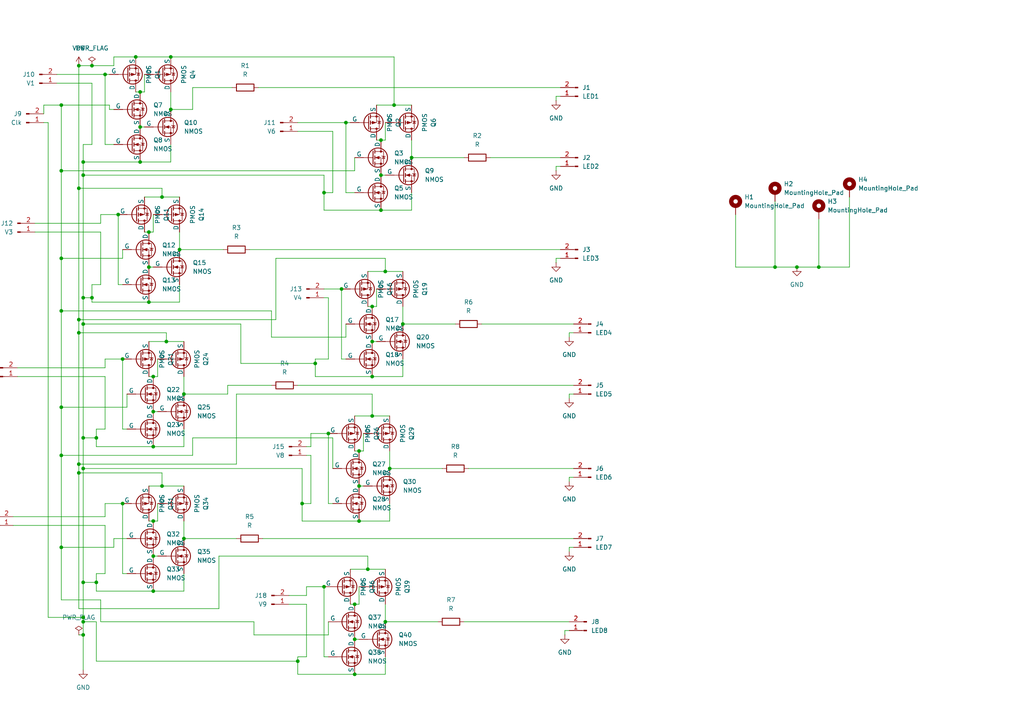
<source format=kicad_sch>
(kicad_sch (version 20231120) (generator "eeschema") (generator_version "8.0")
  (paper "A4")
  (lib_symbols
    (symbol "Connector:Conn_01x02_Pin" (pin_names (offset 1.016) hide)
      (property "Reference" "J" (at 0 2.54 0))
      (property "Value" "Conn_01x02_Pin" (at 0 -5.08 0))
      (symbol "Conn_01x02_Pin_1_1"
        (pin passive line (at 5.08 0 180) (length 3.81) (name "Pin_1") (number "1"))
        (pin passive line (at 5.08 -2.54 180) (length 3.81) (name "Pin_2") (number "2"))
      )
    )
    (symbol "Device:R" (pin_numbers hide) (pin_names (offset 0))
      (property "Reference" "R" (at 2.032 0 90))
      (property "Value" "R" (at 0 0 90))
      (symbol "R_1_1"
        (pin passive line (at 0 3.81 270) (length 1.27) (name "~") (number "1"))
        (pin passive line (at 0 -3.81 90) (length 1.27) (name "~") (number "2"))
      )
    )
    (symbol "Mechanical:MountingHole_Pad" (pin_numbers hide) (pin_names (offset 1.016) hide) (exclude_from_sim yes) (in_bom no)
      (property "Reference" "H" (at 0 6.35 0))
      (property "Value" "MountingHole_Pad" (at 0 4.445 0))
      (symbol "MountingHole_Pad_1_1"
        (pin input line (at 0 -2.54 90) (length 2.54) (name "1") (number "1"))
      )
    )
    (symbol "Simulation_SPICE:NMOS" (pin_numbers hide) (pin_names (offset 0))
      (property "Reference" "Q" (at 5.08 1.27 0))
      (property "Value" "NMOS" (at 5.08 -1.27 0))
      (symbol "NMOS_1_1"
        (pin passive line (at 2.54 5.08 270) (length 2.54) (name "D") (number "1"))
        (pin input line (at -5.08 0 0) (length 2.54) (name "G") (number "2"))
        (pin passive line (at 2.54 -5.08 90) (length 2.54) (name "S") (number "3"))
      )
    )
    (symbol "Simulation_SPICE:PMOS" (pin_numbers hide) (pin_names (offset 0))
      (property "Reference" "Q" (at 5.08 1.27 0))
      (property "Value" "PMOS" (at 5.08 -1.27 0))
      (symbol "PMOS_1_1"
        (pin passive line (at 2.54 5.08 270) (length 2.54) (name "D") (number "1"))
        (pin input line (at -5.08 0 0) (length 2.54) (name "G") (number "2"))
        (pin passive line (at 2.54 -5.08 90) (length 2.54) (name "S") (number "3"))
      )
    )
    (symbol "power:GND" (power) (pin_numbers hide) (pin_names (offset 0) hide)
      (property "Value" "GND" (at 0 -3.81 0))
      (symbol "GND_1_1"
        (pin power_in line (at 0 0 270) (length 0) (name "~") (number "1"))
      )
    )
    (symbol "power:PWR_FLAG" (power) (pin_numbers hide) (pin_names (offset 0) hide)
      (property "Value" "PWR_FLAG" (at 0 3.81 0))
      (symbol "PWR_FLAG_0_0"
        (pin power_out line (at 0 0 90) (length 0) (name "~") (number "1"))
      )
    )
    (symbol "power:VDD" (power) (pin_numbers hide) (pin_names (offset 0) hide)
      (property "Value" "VDD" (at 0 3.556 0))
      (symbol "VDD_1_1"
        (pin power_in line (at 0 0 90) (length 0) (name "~") (number "1"))
      )
    )
  )
  (junction (at 106.68 165.1))
  (junction (at 24.13 179.07))
  (junction (at 39.37 16.51))
  (junction (at 17.78 30.48))
  (junction (at 22.86 96.52))
  (junction (at 110.49 60.96))
  (junction (at 22.86 54.61))
  (junction (at 107.95 88.9))
  (junction (at 107.95 99.06))
  (junction (at 224.79 77.47))
  (junction (at 17.78 158.75))
  (junction (at 40.64 36.83))
  (junction (at 24.13 86.36))
  (junction (at 40.64 26.67))
  (junction (at 93.98 170.18))
  (junction (at 43.18 77.47))
  (junction (at 44.45 119.38))
  (junction (at 22.86 19.05))
  (junction (at 113.03 135.89))
  (junction (at 87.63 146.05))
  (junction (at 44.45 109.22))
  (junction (at 17.78 90.17))
  (junction (at 35.56 146.05))
  (junction (at 22.86 137.16))
  (junction (at 24.13 93.98))
  (junction (at 231.14 77.47))
  (junction (at 46.99 57.15))
  (junction (at 100.33 35.56))
  (junction (at 91.44 105.41))
  (junction (at 49.53 31.75))
  (junction (at 43.18 87.63))
  (junction (at 22.86 92.71))
  (junction (at 30.48 21.59))
  (junction (at 114.3 30.48))
  (junction (at 107.95 109.22))
  (junction (at 48.26 99.06))
  (junction (at 24.13 50.8))
  (junction (at 110.49 50.8))
  (junction (at 34.29 62.23))
  (junction (at 27.94 127))
  (junction (at 44.45 129.54))
  (junction (at 104.14 151.13))
  (junction (at 102.87 175.26))
  (junction (at 53.34 114.3))
  (junction (at 107.95 120.65))
  (junction (at 44.45 171.45))
  (junction (at 99.06 83.82))
  (junction (at 24.13 46.99))
  (junction (at 24.13 127))
  (junction (at 27.94 168.91))
  (junction (at 17.78 118.11))
  (junction (at 43.18 67.31))
  (junction (at 24.13 135.89))
  (junction (at 24.13 184.15))
  (junction (at 237.49 77.47))
  (junction (at 53.34 156.21))
  (junction (at 86.36 191.77))
  (junction (at 24.13 168.91))
  (junction (at 24.13 180.34))
  (junction (at 17.78 132.08))
  (junction (at 26.67 19.05))
  (junction (at 116.84 93.98))
  (junction (at 35.56 104.14))
  (junction (at 44.45 151.13))
  (junction (at 46.99 140.97))
  (junction (at 102.87 185.42))
  (junction (at 111.76 180.34))
  (junction (at 52.07 72.39))
  (junction (at 17.78 74.93))
  (junction (at 49.53 16.51))
  (junction (at 44.45 161.29))
  (junction (at 102.87 195.58))
  (junction (at 93.98 55.88))
  (junction (at 95.25 125.73))
  (junction (at 40.64 46.99))
  (junction (at 111.76 78.74))
  (junction (at 104.14 130.81))
  (junction (at 26.67 86.36))
  (junction (at 104.14 140.97))
  (junction (at 119.38 45.72))
  (junction (at 17.78 49.53))
  (junction (at 22.86 134.62))
  (junction (at 110.49 40.64))
  (wire (pts (xy 78.74 90.17) (xy 17.78 90.17)))
  (wire (pts (xy 39.37 16.51) (xy 49.53 16.51)))
  (wire (pts (xy 30.48 152.4) (xy 30.48 166.37)))
  (wire (pts (xy 109.22 40.64) (xy 110.49 40.64)))
  (wire (pts (xy 46.99 57.15) (xy 52.07 57.15)))
  (wire (pts (xy 22.86 54.61) (xy 22.86 92.71)))
  (wire (pts (xy 17.78 30.48) (xy 31.75 30.48)))
  (wire (pts (xy 95.25 104.14) (xy 91.44 104.14)))
  (wire (pts (xy 113.03 130.81) (xy 113.03 135.89)))
  (wire (pts (xy 66.04 114.3) (xy 66.04 111.76)))
  (wire (pts (xy 90.17 132.08) (xy 90.17 146.05)))
  (wire (pts (xy 41.91 57.15) (xy 46.99 57.15)))
  (wire (pts (xy 102.87 175.26) (xy 104.14 175.26)))
  (wire (pts (xy 49.53 41.91) (xy 49.53 46.99)))
  (wire (pts (xy 80.01 74.93) (xy 80.01 92.71)))
  (wire (pts (xy 27.94 124.46) (xy 27.94 127)))
  (wire (pts (xy 165.1 138.43) (xy 166.37 138.43)))
  (wire (pts (xy 88.9 170.18) (xy 93.98 170.18)))
  (wire (pts (xy 111.76 180.34) (xy 127 180.34)))
  (wire (pts (xy 100.33 93.98) (xy 100.33 97.79)))
  (wire (pts (xy 10.16 64.77) (xy 29.21 64.77)))
  (wire (pts (xy 22.86 19.05) (xy 26.67 19.05)))
  (wire (pts (xy 119.38 45.72) (xy 134.62 45.72)))
  (wire (pts (xy 101.6 175.26) (xy 102.87 175.26)))
  (wire (pts (xy 161.29 29.21) (xy 161.29 27.94)))
  (wire (pts (xy 116.84 104.14) (xy 116.84 109.22)))
  (wire (pts (xy 27.94 180.34) (xy 24.13 180.34)))
  (wire (pts (xy 68.58 134.62) (xy 22.86 134.62)))
  (wire (pts (xy 68.58 114.3) (xy 68.58 134.62)))
  (wire (pts (xy 30.48 109.22) (xy 30.48 124.46)))
  (wire (pts (xy 111.76 35.56) (xy 111.76 40.64)))
  (wire (pts (xy 33.02 31.75) (xy 31.75 31.75)))
  (wire (pts (xy 22.86 19.05) (xy 22.86 54.61)))
  (wire (pts (xy 95.25 86.36) (xy 95.25 104.14)))
  (wire (pts (xy 24.13 127) (xy 24.13 135.89)))
  (wire (pts (xy 88.9 175.26) (xy 88.9 190.5)))
  (wire (pts (xy 111.76 78.74) (xy 116.84 78.74)))
  (wire (pts (xy 104.14 170.18) (xy 104.14 175.26)))
  (wire (pts (xy 116.84 88.9) (xy 116.84 93.98)))
  (wire (pts (xy 24.13 93.98) (xy 69.85 93.98)))
  (wire (pts (xy 86.36 35.56) (xy 100.33 35.56)))
  (wire (pts (xy 109.22 30.48) (xy 114.3 30.48)))
  (wire (pts (xy 46.99 140.97) (xy 46.99 137.16)))
  (wire (pts (xy 86.36 111.76) (xy 166.37 111.76)))
  (wire (pts (xy 17.78 49.53) (xy 102.87 49.53)))
  (wire (pts (xy 224.79 77.47) (xy 231.14 77.47)))
  (wire (pts (xy 72.39 72.39) (xy 162.56 72.39)))
  (wire (pts (xy 35.56 124.46) (xy 36.83 124.46)))
  (wire (pts (xy 93.98 170.18) (xy 93.98 190.5)))
  (wire (pts (xy 87.63 151.13) (xy 104.14 151.13)))
  (wire (pts (xy 87.63 146.05) (xy 87.63 151.13)))
  (wire (pts (xy 40.64 26.67) (xy 41.91 26.67)))
  (wire (pts (xy 44.45 161.29) (xy 45.72 161.29)))
  (wire (pts (xy 110.49 60.96) (xy 119.38 60.96)))
  (wire (pts (xy 35.56 146.05) (xy 35.56 166.37)))
  (wire (pts (xy 107.95 109.22) (xy 116.84 109.22)))
  (wire (pts (xy 13.97 35.56) (xy 13.97 179.07)))
  (wire (pts (xy 111.76 78.74) (xy 111.76 74.93)))
  (wire (pts (xy 161.29 76.2) (xy 161.29 74.93)))
  (wire (pts (xy 87.63 135.89) (xy 24.13 135.89)))
  (wire (pts (xy 24.13 50.8) (xy 24.13 86.36)))
  (wire (pts (xy 104.14 140.97) (xy 105.41 140.97)))
  (wire (pts (xy 27.94 171.45) (xy 44.45 171.45)))
  (wire (pts (xy 102.87 120.65) (xy 107.95 120.65)))
  (wire (pts (xy 165.1 114.3) (xy 166.37 114.3)))
  (wire (pts (xy 73.66 184.15) (xy 73.66 180.34)))
  (wire (pts (xy 10.16 67.31) (xy 29.21 67.31)))
  (wire (pts (xy 95.25 86.36) (xy 93.98 86.36)))
  (wire (pts (xy 91.44 105.41) (xy 91.44 109.22)))
  (wire (pts (xy 107.95 120.65) (xy 113.03 120.65)))
  (wire (pts (xy 91.44 104.14) (xy 91.44 105.41)))
  (wire (pts (xy 80.01 92.71) (xy 22.86 92.71)))
  (wire (pts (xy 48.26 96.52) (xy 22.86 96.52)))
  (wire (pts (xy 27.94 191.77) (xy 27.94 180.34)))
  (wire (pts (xy 55.88 127) (xy 96.52 127)))
  (wire (pts (xy 24.13 50.8) (xy 93.98 50.8)))
  (wire (pts (xy 48.26 99.06) (xy 53.34 99.06)))
  (wire (pts (xy 100.33 97.79) (xy 78.74 97.79)))
  (wire (pts (xy 44.45 151.13) (xy 45.72 151.13)))
  (wire (pts (xy 33.02 158.75) (xy 17.78 158.75)))
  (wire (pts (xy 17.78 118.11) (xy 36.83 118.11)))
  (wire (pts (xy 102.87 195.58) (xy 111.76 195.58)))
  (wire (pts (xy 27.94 166.37) (xy 27.94 168.91)))
  (wire (pts (xy 30.48 21.59) (xy 31.75 21.59)))
  (wire (pts (xy 88.9 190.5) (xy 86.36 190.5)))
  (wire (pts (xy 237.49 63.5) (xy 237.49 77.47)))
  (wire (pts (xy 36.83 118.11) (xy 36.83 114.3)))
  (wire (pts (xy 90.17 125.73) (xy 90.17 129.54)))
  (wire (pts (xy 106.68 165.1) (xy 111.76 165.1)))
  (wire (pts (xy 109.22 83.82) (xy 109.22 88.9)))
  (wire (pts (xy 139.7 93.98) (xy 166.37 93.98)))
  (wire (pts (xy 113.03 146.05) (xy 113.03 151.13)))
  (wire (pts (xy 24.13 179.07) (xy 24.13 180.34)))
  (wire (pts (xy 88.9 172.72) (xy 88.9 170.18)))
  (wire (pts (xy 17.78 158.75) (xy 17.78 173.99)))
  (wire (pts (xy 26.67 86.36) (xy 26.67 87.63)))
  (wire (pts (xy 17.78 118.11) (xy 17.78 132.08)))
  (wire (pts (xy 22.86 176.53) (xy 63.5 176.53)))
  (wire (pts (xy 69.85 105.41) (xy 69.85 93.98)))
  (wire (pts (xy 224.79 58.42) (xy 224.79 77.47)))
  (wire (pts (xy 106.68 78.74) (xy 111.76 78.74)))
  (wire (pts (xy 104.14 151.13) (xy 113.03 151.13)))
  (wire (pts (xy 101.6 165.1) (xy 106.68 165.1)))
  (wire (pts (xy 43.18 87.63) (xy 52.07 87.63)))
  (wire (pts (xy 17.78 49.53) (xy 17.78 74.93)))
  (wire (pts (xy 93.98 60.96) (xy 110.49 60.96)))
  (wire (pts (xy 30.48 106.68) (xy 30.48 104.14)))
  (wire (pts (xy 96.52 38.1) (xy 96.52 55.88)))
  (wire (pts (xy 29.21 82.55) (xy 26.67 82.55)))
  (wire (pts (xy 111.76 74.93) (xy 80.01 74.93)))
  (wire (pts (xy 107.95 88.9) (xy 109.22 88.9)))
  (wire (pts (xy 66.04 111.76) (xy 78.74 111.76)))
  (wire (pts (xy 44.45 119.38) (xy 45.72 119.38)))
  (wire (pts (xy 30.48 146.05) (xy 35.56 146.05)))
  (wire (pts (xy 86.36 190.5) (xy 86.36 191.77)))
  (wire (pts (xy 5.08 109.22) (xy 30.48 109.22)))
  (wire (pts (xy 17.78 74.93) (xy 17.78 90.17)))
  (wire (pts (xy 22.86 184.15) (xy 24.13 184.15)))
  (wire (pts (xy 43.18 109.22) (xy 44.45 109.22)))
  (wire (pts (xy 39.37 26.67) (xy 40.64 26.67)))
  (wire (pts (xy 44.45 62.23) (xy 44.45 67.31)))
  (wire (pts (xy 43.18 67.31) (xy 44.45 67.31)))
  (wire (pts (xy 41.91 67.31) (xy 43.18 67.31)))
  (wire (pts (xy 44.45 171.45) (xy 53.34 171.45)))
  (wire (pts (xy 237.49 77.47) (xy 246.38 77.47)))
  (wire (pts (xy 26.67 41.91) (xy 24.13 41.91)))
  (wire (pts (xy 52.07 72.39) (xy 64.77 72.39)))
  (wire (pts (xy 53.34 166.37) (xy 53.34 171.45)))
  (wire (pts (xy 31.75 30.48) (xy 31.75 31.75)))
  (wire (pts (xy 83.82 175.26) (xy 88.9 175.26)))
  (wire (pts (xy 165.1 96.52) (xy 166.37 96.52)))
  (wire (pts (xy 135.89 135.89) (xy 166.37 135.89)))
  (wire (pts (xy 119.38 40.64) (xy 119.38 45.72)))
  (wire (pts (xy 24.13 168.91) (xy 27.94 168.91)))
  (wire (pts (xy 55.88 25.4) (xy 55.88 31.75)))
  (wire (pts (xy 134.62 180.34) (xy 165.1 180.34)))
  (wire (pts (xy 83.82 172.72) (xy 88.9 172.72)))
  (wire (pts (xy 17.78 30.48) (xy 17.78 49.53)))
  (wire (pts (xy 17.78 90.17) (xy 17.78 118.11)))
  (wire (pts (xy 24.13 46.99) (xy 40.64 46.99)))
  (wire (pts (xy 106.68 88.9) (xy 107.95 88.9)))
  (wire (pts (xy 46.99 137.16) (xy 22.86 137.16)))
  (wire (pts (xy 24.13 184.15) (xy 24.13 194.31)))
  (wire (pts (xy 142.24 45.72) (xy 162.56 45.72)))
  (wire (pts (xy 100.33 35.56) (xy 100.33 55.88)))
  (wire (pts (xy 95.25 125.73) (xy 95.25 146.05)))
  (wire (pts (xy 104.14 130.81) (xy 105.41 130.81)))
  (wire (pts (xy 53.34 114.3) (xy 66.04 114.3)))
  (wire (pts (xy 27.94 168.91) (xy 27.94 171.45)))
  (wire (pts (xy 165.1 115.57) (xy 165.1 114.3)))
  (wire (pts (xy 63.5 161.29) (xy 106.68 161.29)))
  (wire (pts (xy 161.29 74.93) (xy 162.56 74.93)))
  (wire (pts (xy 53.34 109.22) (xy 53.34 114.3)))
  (wire (pts (xy 78.74 97.79) (xy 78.74 90.17)))
  (wire (pts (xy 16.51 21.59) (xy 30.48 21.59)))
  (wire (pts (xy 30.48 104.14) (xy 35.56 104.14)))
  (wire (pts (xy 165.1 160.02) (xy 165.1 158.75)))
  (wire (pts (xy 5.08 106.68) (xy 30.48 106.68)))
  (wire (pts (xy 30.48 21.59) (xy 30.48 41.91)))
  (wire (pts (xy 114.3 30.48) (xy 119.38 30.48)))
  (wire (pts (xy 111.76 175.26) (xy 111.76 180.34)))
  (wire (pts (xy 35.56 104.14) (xy 35.56 124.46)))
  (wire (pts (xy 24.13 41.91) (xy 24.13 46.99)))
  (wire (pts (xy 96.52 135.89) (xy 96.52 127)))
  (wire (pts (xy 105.41 125.73) (xy 105.41 130.81)))
  (wire (pts (xy 102.87 130.81) (xy 104.14 130.81)))
  (wire (pts (xy 22.86 137.16) (xy 22.86 176.53)))
  (wire (pts (xy 34.29 82.55) (xy 35.56 82.55)))
  (wire (pts (xy 93.98 190.5) (xy 95.25 190.5)))
  (wire (pts (xy 17.78 74.93) (xy 35.56 74.93)))
  (wire (pts (xy 29.21 67.31) (xy 29.21 82.55)))
  (wire (pts (xy 161.29 49.53) (xy 161.29 48.26)))
  (wire (pts (xy 110.49 50.8) (xy 111.76 50.8)))
  (wire (pts (xy 30.48 166.37) (xy 27.94 166.37)))
  (wire (pts (xy 26.67 24.13) (xy 26.67 41.91)))
  (wire (pts (xy 53.34 151.13) (xy 53.34 156.21)))
  (wire (pts (xy 93.98 55.88) (xy 93.98 60.96)))
  (wire (pts (xy 86.36 191.77) (xy 27.94 191.77)))
  (wire (pts (xy 30.48 124.46) (xy 27.94 124.46)))
  (wire (pts (xy 114.3 16.51) (xy 114.3 30.48)))
  (wire (pts (xy 17.78 132.08) (xy 17.78 158.75)))
  (wire (pts (xy 213.36 62.23) (xy 213.36 77.47)))
  (wire (pts (xy 119.38 55.88) (xy 119.38 60.96)))
  (wire (pts (xy 161.29 48.26) (xy 162.56 48.26)))
  (wire (pts (xy 46.99 54.61) (xy 22.86 54.61)))
  (wire (pts (xy 13.97 35.56) (xy 12.7 35.56)))
  (wire (pts (xy 41.91 21.59) (xy 41.91 26.67)))
  (wire (pts (xy 86.36 195.58) (xy 102.87 195.58)))
  (wire (pts (xy 30.48 149.86) (xy 30.48 146.05)))
  (wire (pts (xy 36.83 156.21) (xy 33.02 156.21)))
  (wire (pts (xy 33.02 16.51) (xy 39.37 16.51)))
  (wire (pts (xy 96.52 55.88) (xy 93.98 55.88)))
  (wire (pts (xy 55.88 132.08) (xy 17.78 132.08)))
  (wire (pts (xy 35.56 72.39) (xy 35.56 74.93)))
  (wire (pts (xy 165.1 139.7) (xy 165.1 138.43)))
  (wire (pts (xy 113.03 135.89) (xy 128.27 135.89)))
  (wire (pts (xy 34.29 62.23) (xy 34.29 82.55)))
  (wire (pts (xy 55.88 25.4) (xy 67.31 25.4)))
  (wire (pts (xy 55.88 127) (xy 55.88 132.08)))
  (wire (pts (xy 213.36 77.47) (xy 224.79 77.47)))
  (wire (pts (xy 111.76 190.5) (xy 111.76 195.58)))
  (wire (pts (xy 63.5 176.53) (xy 63.5 161.29)))
  (wire (pts (xy 53.34 156.21) (xy 68.58 156.21)))
  (wire (pts (xy 88.9 132.08) (xy 90.17 132.08)))
  (wire (pts (xy 90.17 129.54) (xy 88.9 129.54)))
  (wire (pts (xy 246.38 77.47) (xy 246.38 57.15)))
  (wire (pts (xy 12.7 30.48) (xy 12.7 33.02)))
  (wire (pts (xy 24.13 86.36) (xy 24.13 93.98)))
  (wire (pts (xy 24.13 86.36) (xy 26.67 86.36)))
  (wire (pts (xy 107.95 114.3) (xy 68.58 114.3)))
  (wire (pts (xy 49.53 26.67) (xy 49.53 31.75)))
  (wire (pts (xy 91.44 105.41) (xy 69.85 105.41)))
  (wire (pts (xy 43.18 77.47) (xy 44.45 77.47)))
  (wire (pts (xy 43.18 151.13) (xy 44.45 151.13)))
  (wire (pts (xy 231.14 77.47) (xy 237.49 77.47)))
  (wire (pts (xy 43.18 99.06) (xy 48.26 99.06)))
  (wire (pts (xy 95.25 146.05) (xy 96.52 146.05)))
  (wire (pts (xy 102.87 185.42) (xy 104.14 185.42)))
  (wire (pts (xy 24.13 168.91) (xy 24.13 179.07)))
  (wire (pts (xy 86.36 191.77) (xy 86.36 195.58)))
  (wire (pts (xy 24.13 46.99) (xy 24.13 50.8)))
  (wire (pts (xy 46.99 57.15) (xy 46.99 54.61)))
  (wire (pts (xy 33.02 19.05) (xy 33.02 16.51)))
  (wire (pts (xy 24.13 93.98) (xy 24.13 127)))
  (wire (pts (xy 95.25 180.34) (xy 95.25 184.15)))
  (wire (pts (xy 110.49 40.64) (xy 111.76 40.64)))
  (wire (pts (xy 22.86 134.62) (xy 22.86 137.16)))
  (wire (pts (xy 73.66 180.34) (xy 29.21 180.34)))
  (wire (pts (xy 3.81 149.86) (xy 30.48 149.86)))
  (wire (pts (xy 24.13 127) (xy 27.94 127)))
  (wire (pts (xy 26.67 87.63) (xy 43.18 87.63)))
  (wire (pts (xy 74.93 25.4) (xy 162.56 25.4)))
  (wire (pts (xy 76.2 156.21) (xy 166.37 156.21)))
  (wire (pts (xy 40.64 36.83) (xy 41.91 36.83)))
  (wire (pts (xy 165.1 158.75) (xy 166.37 158.75)))
  (wire (pts (xy 165.1 97.79) (xy 165.1 96.52)))
  (wire (pts (xy 45.72 104.14) (xy 45.72 109.22)))
  (wire (pts (xy 12.7 30.48) (xy 17.78 30.48)))
  (wire (pts (xy 107.95 120.65) (xy 107.95 114.3)))
  (wire (pts (xy 22.86 96.52) (xy 22.86 134.62)))
  (wire (pts (xy 24.13 180.34) (xy 24.13 184.15)))
  (wire (pts (xy 46.99 140.97) (xy 53.34 140.97)))
  (wire (pts (xy 27.94 129.54) (xy 44.45 129.54)))
  (wire (pts (xy 22.86 92.71) (xy 22.86 96.52)))
  (wire (pts (xy 27.94 127) (xy 27.94 129.54)))
  (wire (pts (xy 90.17 146.05) (xy 87.63 146.05)))
  (wire (pts (xy 26.67 82.55) (xy 26.67 86.36)))
  (wire (pts (xy 30.48 41.91) (xy 33.02 41.91)))
  (wire (pts (xy 45.72 146.05) (xy 45.72 151.13)))
  (wire (pts (xy 100.33 35.56) (xy 101.6 35.56)))
  (wire (pts (xy 29.21 180.34) (xy 29.21 173.99)))
  (wire (pts (xy 95.25 184.15) (xy 73.66 184.15)))
  (wire (pts (xy 102.87 49.53) (xy 102.87 45.72)))
  (wire (pts (xy 161.29 27.94) (xy 162.56 27.94)))
  (wire (pts (xy 93.98 50.8) (xy 93.98 55.88)))
  (wire (pts (xy 52.07 82.55) (xy 52.07 87.63)))
  (wire (pts (xy 33.02 156.21) (xy 33.02 158.75)))
  (wire (pts (xy 44.45 129.54) (xy 53.34 129.54)))
  (wire (pts (xy 107.95 99.06) (xy 109.22 99.06)))
  (wire (pts (xy 163.83 184.15) (xy 163.83 182.88)))
  (wire (pts (xy 99.06 83.82) (xy 99.06 104.14)))
  (wire (pts (xy 44.45 109.22) (xy 45.72 109.22)))
  (wire (pts (xy 163.83 182.88) (xy 165.1 182.88)))
  (wire (pts (xy 35.56 166.37) (xy 36.83 166.37)))
  (wire (pts (xy 29.21 64.77) (xy 29.21 62.23)))
  (wire (pts (xy 90.17 125.73) (xy 95.25 125.73)))
  (wire (pts (xy 13.97 179.07) (xy 24.13 179.07)))
  (wire (pts (xy 29.21 62.23) (xy 34.29 62.23)))
  (wire (pts (xy 43.18 140.97) (xy 46.99 140.97)))
  (wire (pts (xy 26.67 19.05) (xy 33.02 19.05)))
  (wire (pts (xy 40.64 46.99) (xy 49.53 46.99)))
  (wire (pts (xy 53.34 124.46) (xy 53.34 129.54)))
  (wire (pts (xy 3.81 152.4) (xy 30.48 152.4)))
  (wire (pts (xy 87.63 135.89) (xy 87.63 146.05)))
  (wire (pts (xy 48.26 99.06) (xy 48.26 96.52)))
  (wire (pts (xy 55.88 31.75) (xy 49.53 31.75)))
  (wire (pts (xy 99.06 104.14) (xy 100.33 104.14)))
  (wire (pts (xy 24.13 135.89) (xy 24.13 168.91)))
  (wire (pts (xy 106.68 161.29) (xy 106.68 165.1)))
  (wire (pts (xy 29.21 173.99) (xy 17.78 173.99)))
  (wire (pts (xy 100.33 55.88) (xy 102.87 55.88)))
  (wire (pts (xy 52.07 67.31) (xy 52.07 72.39)))
  (wire (pts (xy 116.84 93.98) (xy 132.08 93.98)))
  (wire (pts (xy 91.44 109.22) (xy 107.95 109.22)))
  (wire (pts (xy 16.51 24.13) (xy 26.67 24.13)))
  (wire (pts (xy 49.53 16.51) (xy 114.3 16.51)))
  (wire (pts (xy 86.36 38.1) (xy 96.52 38.1)))
  (wire (pts (xy 93.98 83.82) (xy 99.06 83.82)))
  (symbol (lib_id "Simulation_SPICE:PMOS") (at 106.68 35.56 0) (mirror x) (unit 1)
    (property "Reference" "Q2" (at 115.57 35.56 90))
    (property "Value" "PMOS" (at 113.03 35.56 90))
    (property "Footprint" "Package_TO_SOT_SMD:SOT-23" (effects (hide yes)))
    (property "Datasheet" "https://ngspice.sourceforge.io/docs/ngspice-html-manual/manual.xhtml#cha_MOSFETs" (effects (hide yes)))
    (property "Description" "P-MOSFET transistor, drain/source/gate" (effects (hide yes)))
    (property "Sim.Device" "PMOS" (effects (hide yes)))
    (property "Sim.Type" "VDMOS" (effects (hide yes)))
    (property "Sim.Pins" "1=D 2=G 3=S" (effects (hide yes)))
  )
  (symbol (lib_id "power:GND") (at 165.1 115.57 0) (unit 1)
    (property "Reference" "#PWR08" (effects (hide yes)))
    (property "Value" "GND" (at 165.1 120.65 0))
    (property "Description" "Power symbol creates a global label with name \"GND\" , ground" (effects (hide yes)))
  )
  (symbol (lib_id "Connector:Conn_01x02_Pin") (at 167.64 74.93 180) (unit 1)
    (property "Reference" "J3" (at 168.91 72.3899 0) (effects (justify right)))
    (property "Value" "LED3" (at 168.91 74.9299 0) (effects (justify right)))
    (property "Footprint" "Connector_PinHeader_2.54mm:PinHeader_1x02_P2.54mm_Vertical" (effects (hide yes)))
    (property "Description" "Generic connector, single row, 01x02, script generated" (effects (hide yes)))
  )
  (symbol (lib_id "Simulation_SPICE:PMOS") (at 110.49 125.73 0) (mirror x) (unit 1)
    (property "Reference" "Q29" (at 119.38 125.73 90))
    (property "Value" "PMOS" (at 116.84 125.73 90))
    (property "Footprint" "Package_TO_SOT_SMD:SOT-23" (effects (hide yes)))
    (property "Datasheet" "https://ngspice.sourceforge.io/docs/ngspice-html-manual/manual.xhtml#cha_MOSFETs" (effects (hide yes)))
    (property "Description" "P-MOSFET transistor, drain/source/gate" (effects (hide yes)))
    (property "Sim.Device" "PMOS" (effects (hide yes)))
    (property "Sim.Type" "VDMOS" (effects (hide yes)))
    (property "Sim.Pins" "1=D 2=G 3=S" (effects (hide yes)))
  )
  (symbol (lib_id "Simulation_SPICE:NMOS") (at 41.91 166.37 0) (unit 1)
    (property "Reference" "Q33" (at 48.26 165.0999 0) (effects (justify left)))
    (property "Value" "NMOS" (at 48.26 167.6399 0) (effects (justify left)))
    (property "Footprint" "Package_TO_SOT_SMD:SOT-23" (effects (hide yes)))
    (property "Datasheet" "https://ngspice.sourceforge.io/docs/ngspice-html-manual/manual.xhtml#cha_MOSFETs" (effects (hide yes)))
    (property "Description" "N-MOSFET transistor, drain/source/gate" (effects (hide yes)))
    (property "Sim.Device" "NMOS" (effects (hide yes)))
    (property "Sim.Type" "VDMOS" (effects (hide yes)))
    (property "Sim.Pins" "1=D 2=G 3=S" (effects (hide yes)))
  )
  (symbol (lib_id "power:GND") (at 165.1 97.79 0) (unit 1)
    (property "Reference" "#PWR07" (effects (hide yes)))
    (property "Value" "GND" (at 165.1 102.87 0))
    (property "Description" "Power symbol creates a global label with name \"GND\" , ground" (effects (hide yes)))
  )
  (symbol (lib_id "Device:R") (at 130.81 180.34 90) (unit 1)
    (property "Reference" "R7" (at 130.81 173.99 90))
    (property "Value" "R" (at 130.81 176.53 90))
    (property "Footprint" "Resistor_SMD:R_0603_1608Metric" (effects (hide yes)))
    (property "Description" "Resistor" (effects (hide yes)))
  )
  (symbol (lib_id "Simulation_SPICE:PMOS") (at 99.06 170.18 0) (mirror x) (unit 1)
    (property "Reference" "Q36" (at 107.95 170.18 90))
    (property "Value" "PMOS" (at 105.41 170.18 90))
    (property "Footprint" "Package_TO_SOT_SMD:SOT-23" (effects (hide yes)))
    (property "Datasheet" "https://ngspice.sourceforge.io/docs/ngspice-html-manual/manual.xhtml#cha_MOSFETs" (effects (hide yes)))
    (property "Description" "P-MOSFET transistor, drain/source/gate" (effects (hide yes)))
    (property "Sim.Device" "PMOS" (effects (hide yes)))
    (property "Sim.Type" "VDMOS" (effects (hide yes)))
    (property "Sim.Pins" "1=D 2=G 3=S" (effects (hide yes)))
  )
  (symbol (lib_id "Connector:Conn_01x02_Pin") (at 171.45 96.52 180) (unit 1)
    (property "Reference" "J4" (at 172.72 93.9799 0) (effects (justify right)))
    (property "Value" "LED4" (at 172.72 96.5199 0) (effects (justify right)))
    (property "Footprint" "Connector_PinHeader_2.54mm:PinHeader_1x02_P2.54mm_Vertical" (effects (hide yes)))
    (property "Description" "Generic connector, single row, 01x02, script generated" (effects (hide yes)))
  )
  (symbol (lib_id "Simulation_SPICE:NMOS") (at 101.6 146.05 0) (unit 1)
    (property "Reference" "Q28" (at 107.95 144.7799 0) (effects (justify left)))
    (property "Value" "NMOS" (at 107.95 147.3199 0) (effects (justify left)))
    (property "Footprint" "Package_TO_SOT_SMD:SOT-23" (effects (hide yes)))
    (property "Datasheet" "https://ngspice.sourceforge.io/docs/ngspice-html-manual/manual.xhtml#cha_MOSFETs" (effects (hide yes)))
    (property "Description" "N-MOSFET transistor, drain/source/gate" (effects (hide yes)))
    (property "Sim.Device" "NMOS" (effects (hide yes)))
    (property "Sim.Type" "VDMOS" (effects (hide yes)))
    (property "Sim.Pins" "1=D 2=G 3=S" (effects (hide yes)))
  )
  (symbol (lib_id "Simulation_SPICE:PMOS") (at 100.33 125.73 0) (mirror x) (unit 1)
    (property "Reference" "Q26" (at 109.22 125.73 90))
    (property "Value" "PMOS" (at 106.68 125.73 90))
    (property "Footprint" "Package_TO_SOT_SMD:SOT-23" (effects (hide yes)))
    (property "Datasheet" "https://ngspice.sourceforge.io/docs/ngspice-html-manual/manual.xhtml#cha_MOSFETs" (effects (hide yes)))
    (property "Description" "P-MOSFET transistor, drain/source/gate" (effects (hide yes)))
    (property "Sim.Device" "PMOS" (effects (hide yes)))
    (property "Sim.Type" "VDMOS" (effects (hide yes)))
    (property "Sim.Pins" "1=D 2=G 3=S" (effects (hide yes)))
  )
  (symbol (lib_id "Device:R") (at 82.55 111.76 90) (unit 1)
    (property "Reference" "R4" (at 82.55 105.41 90))
    (property "Value" "R" (at 82.55 107.95 90))
    (property "Footprint" "Resistor_SMD:R_0603_1608Metric" (effects (hide yes)))
    (property "Description" "Resistor" (effects (hide yes)))
  )
  (symbol (lib_id "Connector:Conn_01x02_Pin") (at 5.08 67.31 0) (mirror x) (unit 1)
    (property "Reference" "J12" (at 3.81 64.7699 0) (effects (justify right)))
    (property "Value" "V3" (at 3.81 67.3099 0) (effects (justify right)))
    (property "Footprint" "Connector_PinHeader_2.54mm:PinHeader_1x02_P2.54mm_Vertical" (effects (hide yes)))
    (property "Description" "Generic connector, single row, 01x02, script generated" (effects (hide yes)))
  )
  (symbol (lib_id "power:PWR_FLAG") (at 26.67 19.05 0) (unit 1)
    (property "Reference" "#FLG01" (effects (hide yes)))
    (property "Value" "PWR_FLAG" (at 26.67 13.97 0))
    (property "Description" "Special symbol for telling ERC where power comes from" (effects (hide yes)))
  )
  (symbol (lib_id "Connector:Conn_01x02_Pin") (at 81.28 38.1 0) (mirror x) (unit 1)
    (property "Reference" "J11" (at 80.01 35.5599 0) (effects (justify right)))
    (property "Value" "V6" (at 80.01 38.0999 0) (effects (justify right)))
    (property "Footprint" "Connector_PinHeader_2.54mm:PinHeader_1x02_P2.54mm_Vertical" (effects (hide yes)))
    (property "Description" "Generic connector, single row, 01x02, script generated" (effects (hide yes)))
  )
  (symbol (lib_id "Simulation_SPICE:NMOS") (at 49.53 77.47 0) (unit 1)
    (property "Reference" "Q15" (at 55.88 76.1999 0) (effects (justify left)))
    (property "Value" "NMOS" (at 55.88 78.7399 0) (effects (justify left)))
    (property "Footprint" "Package_TO_SOT_SMD:SOT-23" (effects (hide yes)))
    (property "Datasheet" "https://ngspice.sourceforge.io/docs/ngspice-html-manual/manual.xhtml#cha_MOSFETs" (effects (hide yes)))
    (property "Description" "N-MOSFET transistor, drain/source/gate" (effects (hide yes)))
    (property "Sim.Device" "NMOS" (effects (hide yes)))
    (property "Sim.Type" "VDMOS" (effects (hide yes)))
    (property "Sim.Pins" "1=D 2=G 3=S" (effects (hide yes)))
  )
  (symbol (lib_id "Simulation_SPICE:PMOS") (at 36.83 21.59 0) (mirror x) (unit 1)
    (property "Reference" "Q1" (at 45.72 21.59 90))
    (property "Value" "PMOS" (at 43.18 21.59 90))
    (property "Footprint" "Package_TO_SOT_SMD:SOT-23" (effects (hide yes)))
    (property "Datasheet" "https://ngspice.sourceforge.io/docs/ngspice-html-manual/manual.xhtml#cha_MOSFETs" (effects (hide yes)))
    (property "Description" "P-MOSFET transistor, drain/source/gate" (effects (hide yes)))
    (property "Sim.Device" "PMOS" (effects (hide yes)))
    (property "Sim.Type" "VDMOS" (effects (hide yes)))
    (property "Sim.Pins" "1=D 2=G 3=S" (effects (hide yes)))
  )
  (symbol (lib_id "Simulation_SPICE:NMOS") (at 50.8 119.38 0) (unit 1)
    (property "Reference" "Q25" (at 57.15 118.1099 0) (effects (justify left)))
    (property "Value" "NMOS" (at 57.15 120.6499 0) (effects (justify left)))
    (property "Footprint" "Package_TO_SOT_SMD:SOT-23" (effects (hide yes)))
    (property "Datasheet" "https://ngspice.sourceforge.io/docs/ngspice-html-manual/manual.xhtml#cha_MOSFETs" (effects (hide yes)))
    (property "Description" "N-MOSFET transistor, drain/source/gate" (effects (hide yes)))
    (property "Sim.Device" "NMOS" (effects (hide yes)))
    (property "Sim.Type" "VDMOS" (effects (hide yes)))
    (property "Sim.Pins" "1=D 2=G 3=S" (effects (hide yes)))
  )
  (symbol (lib_id "Mechanical:MountingHole_Pad") (at 213.36 59.69 0) (unit 1) (exclude_from_sim yes) (in_bom no)
    (property "Reference" "H1" (at 215.9 57.1499 0) (effects (justify left)))
    (property "Value" "MountingHole_Pad" (at 215.9 59.6899 0) (effects (justify left)))
    (property "Footprint" "MountingHole:MountingHole_2.2mm_M2_Pad_Via" (effects (hide yes)))
    (property "Description" "Mounting Hole with connection" (effects (hide yes)))
  )
  (symbol (lib_id "power:PWR_FLAG") (at 22.86 184.15 0) (unit 1)
    (property "Reference" "#FLG02" (effects (hide yes)))
    (property "Value" "PWR_FLAG" (at 22.86 179.07 0))
    (property "Description" "Special symbol for telling ERC where power comes from" (effects (hide yes)))
  )
  (symbol (lib_id "Simulation_SPICE:NMOS") (at 38.1 31.75 0) (unit 1)
    (property "Reference" "Q7" (at 44.45 30.4799 0) (effects (justify left)))
    (property "Value" "NMOS" (at 44.45 33.0199 0) (effects (justify left)))
    (property "Footprint" "Package_TO_SOT_SMD:SOT-23" (effects (hide yes)))
    (property "Datasheet" "https://ngspice.sourceforge.io/docs/ngspice-html-manual/manual.xhtml#cha_MOSFETs" (effects (hide yes)))
    (property "Description" "N-MOSFET transistor, drain/source/gate" (effects (hide yes)))
    (property "Sim.Device" "NMOS" (effects (hide yes)))
    (property "Sim.Type" "VDMOS" (effects (hide yes)))
    (property "Sim.Pins" "1=D 2=G 3=S" (effects (hide yes)))
  )
  (symbol (lib_id "Simulation_SPICE:PMOS") (at 46.99 21.59 0) (mirror x) (unit 1)
    (property "Reference" "Q4" (at 55.88 21.59 90))
    (property "Value" "PMOS" (at 53.34 21.59 90))
    (property "Footprint" "Package_TO_SOT_SMD:SOT-23" (effects (hide yes)))
    (property "Datasheet" "https://ngspice.sourceforge.io/docs/ngspice-html-manual/manual.xhtml#cha_MOSFETs" (effects (hide yes)))
    (property "Description" "P-MOSFET transistor, drain/source/gate" (effects (hide yes)))
    (property "Sim.Device" "PMOS" (effects (hide yes)))
    (property "Sim.Type" "VDMOS" (effects (hide yes)))
    (property "Sim.Pins" "1=D 2=G 3=S" (effects (hide yes)))
  )
  (symbol (lib_id "Device:R") (at 132.08 135.89 90) (unit 1)
    (property "Reference" "R8" (at 132.08 129.54 90))
    (property "Value" "R" (at 132.08 132.08 90))
    (property "Footprint" "Resistor_SMD:R_0603_1608Metric" (effects (hide yes)))
    (property "Description" "Resistor" (effects (hide yes)))
  )
  (symbol (lib_id "power:GND") (at 24.13 194.31 0) (unit 1)
    (property "Reference" "#PWR05" (effects (hide yes)))
    (property "Value" "GND" (at 24.13 199.39 0))
    (property "Description" "Power symbol creates a global label with name \"GND\" , ground" (effects (hide yes)))
  )
  (symbol (lib_id "power:GND") (at 231.14 77.47 0) (unit 1)
    (property "Reference" "#PWR02" (effects (hide yes)))
    (property "Value" "GND" (at 231.14 82.55 0))
    (property "Description" "Power symbol creates a global label with name \"GND\" , ground" (effects (hide yes)))
  )
  (symbol (lib_id "Simulation_SPICE:NMOS") (at 105.41 104.14 0) (unit 1)
    (property "Reference" "Q18" (at 111.76 102.8699 0) (effects (justify left)))
    (property "Value" "NMOS" (at 111.76 105.4099 0) (effects (justify left)))
    (property "Footprint" "Package_TO_SOT_SMD:SOT-23" (effects (hide yes)))
    (property "Datasheet" "https://ngspice.sourceforge.io/docs/ngspice-html-manual/manual.xhtml#cha_MOSFETs" (effects (hide yes)))
    (property "Description" "N-MOSFET transistor, drain/source/gate" (effects (hide yes)))
    (property "Sim.Device" "NMOS" (effects (hide yes)))
    (property "Sim.Type" "VDMOS" (effects (hide yes)))
    (property "Sim.Pins" "1=D 2=G 3=S" (effects (hide yes)))
  )
  (symbol (lib_id "Connector:Conn_01x02_Pin") (at 11.43 24.13 0) (mirror x) (unit 1)
    (property "Reference" "J10" (at 10.16 21.5899 0) (effects (justify right)))
    (property "Value" "V1" (at 10.16 24.1299 0) (effects (justify right)))
    (property "Footprint" "Connector_PinHeader_2.54mm:PinHeader_1x02_P2.54mm_Vertical" (effects (hide yes)))
    (property "Description" "Generic connector, single row, 01x02, script generated" (effects (hide yes)))
  )
  (symbol (lib_id "Simulation_SPICE:NMOS") (at 50.8 161.29 0) (unit 1)
    (property "Reference" "Q35" (at 57.15 160.0199 0) (effects (justify left)))
    (property "Value" "NMOS" (at 57.15 162.5599 0) (effects (justify left)))
    (property "Footprint" "Package_TO_SOT_SMD:SOT-23" (effects (hide yes)))
    (property "Datasheet" "https://ngspice.sourceforge.io/docs/ngspice-html-manual/manual.xhtml#cha_MOSFETs" (effects (hide yes)))
    (property "Description" "N-MOSFET transistor, drain/source/gate" (effects (hide yes)))
    (property "Sim.Device" "NMOS" (effects (hide yes)))
    (property "Sim.Type" "VDMOS" (effects (hide yes)))
    (property "Sim.Pins" "1=D 2=G 3=S" (effects (hide yes)))
  )
  (symbol (lib_id "Simulation_SPICE:NMOS") (at 41.91 124.46 0) (unit 1)
    (property "Reference" "Q23" (at 48.26 123.1899 0) (effects (justify left)))
    (property "Value" "NMOS" (at 48.26 125.7299 0) (effects (justify left)))
    (property "Footprint" "Package_TO_SOT_SMD:SOT-23" (effects (hide yes)))
    (property "Datasheet" "https://ngspice.sourceforge.io/docs/ngspice-html-manual/manual.xhtml#cha_MOSFETs" (effects (hide yes)))
    (property "Description" "N-MOSFET transistor, drain/source/gate" (effects (hide yes)))
    (property "Sim.Device" "NMOS" (effects (hide yes)))
    (property "Sim.Type" "VDMOS" (effects (hide yes)))
    (property "Sim.Pins" "1=D 2=G 3=S" (effects (hide yes)))
  )
  (symbol (lib_id "Simulation_SPICE:NMOS") (at 101.6 135.89 0) (unit 1)
    (property "Reference" "Q27" (at 107.95 134.6199 0) (effects (justify left)))
    (property "Value" "NMOS" (at 107.95 137.1599 0) (effects (justify left)))
    (property "Footprint" "Package_TO_SOT_SMD:SOT-23" (effects (hide yes)))
    (property "Datasheet" "https://ngspice.sourceforge.io/docs/ngspice-html-manual/manual.xhtml#cha_MOSFETs" (effects (hide yes)))
    (property "Description" "N-MOSFET transistor, drain/source/gate" (effects (hide yes)))
    (property "Sim.Device" "NMOS" (effects (hide yes)))
    (property "Sim.Type" "VDMOS" (effects (hide yes)))
    (property "Sim.Pins" "1=D 2=G 3=S" (effects (hide yes)))
  )
  (symbol (lib_id "Connector:Conn_01x02_Pin") (at 170.18 182.88 180) (unit 1)
    (property "Reference" "J8" (at 171.45 180.3399 0) (effects (justify right)))
    (property "Value" "LED8" (at 171.45 182.8799 0) (effects (justify right)))
    (property "Footprint" "Connector_PinHeader_2.54mm:PinHeader_1x02_P2.54mm_Vertical" (effects (hide yes)))
    (property "Description" "Generic connector, single row, 01x02, script generated" (effects (hide yes)))
  )
  (symbol (lib_id "Connector:Conn_01x02_Pin") (at 171.45 138.43 180) (unit 1)
    (property "Reference" "J6" (at 172.72 135.8899 0) (effects (justify right)))
    (property "Value" "LED6" (at 172.72 138.4299 0) (effects (justify right)))
    (property "Footprint" "Connector_PinHeader_2.54mm:PinHeader_1x02_P2.54mm_Vertical" (effects (hide yes)))
    (property "Description" "Generic connector, single row, 01x02, script generated" (effects (hide yes)))
  )
  (symbol (lib_id "Simulation_SPICE:PMOS") (at 109.22 170.18 0) (mirror x) (unit 1)
    (property "Reference" "Q39" (at 118.11 170.18 90))
    (property "Value" "PMOS" (at 115.57 170.18 90))
    (property "Footprint" "Package_TO_SOT_SMD:SOT-23" (effects (hide yes)))
    (property "Datasheet" "https://ngspice.sourceforge.io/docs/ngspice-html-manual/manual.xhtml#cha_MOSFETs" (effects (hide yes)))
    (property "Description" "P-MOSFET transistor, drain/source/gate" (effects (hide yes)))
    (property "Sim.Device" "PMOS" (effects (hide yes)))
    (property "Sim.Type" "VDMOS" (effects (hide yes)))
    (property "Sim.Pins" "1=D 2=G 3=S" (effects (hide yes)))
  )
  (symbol (lib_id "Device:R") (at 71.12 25.4 90) (unit 1)
    (property "Reference" "R1" (at 71.12 19.05 90))
    (property "Value" "R" (at 71.12 21.59 90))
    (property "Footprint" "Resistor_SMD:R_0603_1608Metric" (effects (hide yes)))
    (property "Description" "Resistor" (effects (hide yes)))
  )
  (symbol (lib_id "power:GND") (at 163.83 184.15 0) (unit 1)
    (property "Reference" "#PWR011" (effects (hide yes)))
    (property "Value" "GND" (at 163.83 189.23 0))
    (property "Description" "Power symbol creates a global label with name \"GND\" , ground" (effects (hide yes)))
  )
  (symbol (lib_id "Connector:Conn_01x02_Pin") (at 83.82 132.08 0) (mirror x) (unit 1)
    (property "Reference" "J15" (at 82.55 129.5399 0) (effects (justify right)))
    (property "Value" "V8" (at 82.55 132.0799 0) (effects (justify right)))
    (property "Footprint" "Connector_PinHeader_2.54mm:PinHeader_1x02_P2.54mm_Vertical" (effects (hide yes)))
    (property "Description" "Generic connector, single row, 01x02, script generated" (effects (hide yes)))
  )
  (symbol (lib_id "Connector:Conn_01x02_Pin") (at 0 109.22 0) (mirror x) (unit 1)
    (property "Reference" "J14" (at 0 106.6799 0) (effects (justify right)))
    (property "Value" "V4" (at 0 109.2199 0) (effects (justify right)))
    (property "Footprint" "Connector_PinHeader_2.54mm:PinHeader_1x02_P2.54mm_Vertical" (effects (hide yes)))
    (property "Description" "Generic connector, single row, 01x02, script generated" (effects (hide yes)))
  )
  (symbol (lib_id "Connector:Conn_01x02_Pin") (at 88.9 86.36 0) (mirror x) (unit 1)
    (property "Reference" "J13" (at 87.63 83.8199 0) (effects (justify right)))
    (property "Value" "V4" (at 87.63 86.3599 0) (effects (justify right)))
    (property "Footprint" "Connector_PinHeader_2.54mm:PinHeader_1x02_P2.54mm_Vertical" (effects (hide yes)))
    (property "Description" "Generic connector, single row, 01x02, script generated" (effects (hide yes)))
  )
  (symbol (lib_id "Simulation_SPICE:NMOS") (at 107.95 45.72 0) (unit 1)
    (property "Reference" "Q3" (at 114.3 44.4499 0) (effects (justify left)))
    (property "Value" "NMOS" (at 114.3 46.9899 0) (effects (justify left)))
    (property "Footprint" "Package_TO_SOT_SMD:SOT-23" (effects (hide yes)))
    (property "Datasheet" "https://ngspice.sourceforge.io/docs/ngspice-html-manual/manual.xhtml#cha_MOSFETs" (effects (hide yes)))
    (property "Description" "N-MOSFET transistor, drain/source/gate" (effects (hide yes)))
    (property "Sim.Device" "NMOS" (effects (hide yes)))
    (property "Sim.Type" "VDMOS" (effects (hide yes)))
    (property "Sim.Pins" "1=D 2=G 3=S" (effects (hide yes)))
  )
  (symbol (lib_id "Simulation_SPICE:PMOS") (at 114.3 83.82 0) (mirror x) (unit 1)
    (property "Reference" "Q19" (at 123.19 83.82 90))
    (property "Value" "PMOS" (at 120.65 83.82 90))
    (property "Footprint" "Package_TO_SOT_SMD:SOT-23" (effects (hide yes)))
    (property "Datasheet" "https://ngspice.sourceforge.io/docs/ngspice-html-manual/manual.xhtml#cha_MOSFETs" (effects (hide yes)))
    (property "Description" "P-MOSFET transistor, drain/source/gate" (effects (hide yes)))
    (property "Sim.Device" "PMOS" (effects (hide yes)))
    (property "Sim.Type" "VDMOS" (effects (hide yes)))
    (property "Sim.Pins" "1=D 2=G 3=S" (effects (hide yes)))
  )
  (symbol (lib_id "Connector:Conn_01x02_Pin") (at 167.64 48.26 180) (unit 1)
    (property "Reference" "J2" (at 168.91 45.7199 0) (effects (justify right)))
    (property "Value" "LED2" (at 168.91 48.2599 0) (effects (justify right)))
    (property "Footprint" "Connector_PinHeader_2.54mm:PinHeader_1x02_P2.54mm_Vertical" (effects (hide yes)))
    (property "Description" "Generic connector, single row, 01x02, script generated" (effects (hide yes)))
  )
  (symbol (lib_id "Connector:Conn_01x02_Pin") (at 171.45 158.75 180) (unit 1)
    (property "Reference" "J7" (at 172.72 156.2099 0) (effects (justify right)))
    (property "Value" "LED7" (at 172.72 158.7499 0) (effects (justify right)))
    (property "Footprint" "Connector_PinHeader_2.54mm:PinHeader_1x02_P2.54mm_Vertical" (effects (hide yes)))
    (property "Description" "Generic connector, single row, 01x02, script generated" (effects (hide yes)))
  )
  (symbol (lib_id "Connector:Conn_01x02_Pin") (at 78.74 175.26 0) (mirror x) (unit 1)
    (property "Reference" "J18" (at 77.47 172.7199 0) (effects (justify right)))
    (property "Value" "V9" (at 77.47 175.2599 0) (effects (justify right)))
    (property "Footprint" "Connector_PinHeader_2.54mm:PinHeader_1x02_P2.54mm_Vertical" (effects (hide yes)))
    (property "Description" "Generic connector, single row, 01x02, script generated" (effects (hide yes)))
  )
  (symbol (lib_id "Connector:Conn_01x02_Pin") (at 167.64 27.94 180) (unit 1)
    (property "Reference" "J1" (at 168.91 25.3999 0) (effects (justify right)))
    (property "Value" "LED1" (at 168.91 27.9399 0) (effects (justify right)))
    (property "Footprint" "Connector_PinHeader_2.54mm:PinHeader_1x02_P2.54mm_Vertical" (effects (hide yes)))
    (property "Description" "Generic connector, single row, 01x02, script generated" (effects (hide yes)))
  )
  (symbol (lib_id "Connector:Conn_01x02_Pin") (at -1.27 152.4 0) (mirror x) (unit 1)
    (property "Reference" "J16" (at -1.27 149.8599 0) (effects (justify right)))
    (property "Value" "V5" (at -1.27 152.3999 0) (effects (justify right)))
    (property "Footprint" "Connector_PinHeader_2.54mm:PinHeader_1x02_P2.54mm_Vertical" (effects (hide yes)))
    (property "Description" "Generic connector, single row, 01x02, script generated" (effects (hide yes)))
  )
  (symbol (lib_id "power:VDD") (at 22.86 19.05 0) (unit 1)
    (property "Reference" "#PWR01" (effects (hide yes)))
    (property "Value" "VDD" (at 22.86 13.97 0))
    (property "Description" "Power symbol creates a global label with name \"VDD\"" (effects (hide yes)))
  )
  (symbol (lib_id "Simulation_SPICE:NMOS") (at 100.33 180.34 0) (unit 1)
    (property "Reference" "Q37" (at 106.68 179.0699 0) (effects (justify left)))
    (property "Value" "NMOS" (at 106.68 181.6099 0) (effects (justify left)))
    (property "Footprint" "Package_TO_SOT_SMD:SOT-23" (effects (hide yes)))
    (property "Datasheet" "https://ngspice.sourceforge.io/docs/ngspice-html-manual/manual.xhtml#cha_MOSFETs" (effects (hide yes)))
    (property "Description" "N-MOSFET transistor, drain/source/gate" (effects (hide yes)))
    (property "Sim.Device" "NMOS" (effects (hide yes)))
    (property "Sim.Type" "VDMOS" (effects (hide yes)))
    (property "Sim.Pins" "1=D 2=G 3=S" (effects (hide yes)))
  )
  (symbol (lib_id "Simulation_SPICE:NMOS") (at 110.49 140.97 0) (unit 1)
    (property "Reference" "Q30" (at 116.84 139.6999 0) (effects (justify left)))
    (property "Value" "NMOS" (at 116.84 142.2399 0) (effects (justify left)))
    (property "Footprint" "Package_TO_SOT_SMD:SOT-23" (effects (hide yes)))
    (property "Datasheet" "https://ngspice.sourceforge.io/docs/ngspice-html-manual/manual.xhtml#cha_MOSFETs" (effects (hide yes)))
    (property "Description" "N-MOSFET transistor, drain/source/gate" (effects (hide yes)))
    (property "Sim.Device" "NMOS" (effects (hide yes)))
    (property "Sim.Type" "VDMOS" (effects (hide yes)))
    (property "Sim.Pins" "1=D 2=G 3=S" (effects (hide yes)))
  )
  (symbol (lib_id "Simulation_SPICE:NMOS") (at 46.99 36.83 0) (unit 1)
    (property "Reference" "Q10" (at 53.34 35.5599 0) (effects (justify left)))
    (property "Value" "NMOS" (at 53.34 38.0999 0) (effects (justify left)))
    (property "Footprint" "Package_TO_SOT_SMD:SOT-23" (effects (hide yes)))
    (property "Datasheet" "https://ngspice.sourceforge.io/docs/ngspice-html-manual/manual.xhtml#cha_MOSFETs" (effects (hide yes)))
    (property "Description" "N-MOSFET transistor, drain/source/gate" (effects (hide yes)))
    (property "Sim.Device" "NMOS" (effects (hide yes)))
    (property "Sim.Type" "VDMOS" (effects (hide yes)))
    (property "Sim.Pins" "1=D 2=G 3=S" (effects (hide yes)))
  )
  (symbol (lib_id "Device:R") (at 72.39 156.21 90) (unit 1)
    (property "Reference" "R5" (at 72.39 149.86 90))
    (property "Value" "R" (at 72.39 152.4 90))
    (property "Footprint" "Resistor_SMD:R_0603_1608Metric" (effects (hide yes)))
    (property "Description" "Resistor" (effects (hide yes)))
  )
  (symbol (lib_id "Mechanical:MountingHole_Pad") (at 246.38 54.61 0) (unit 1) (exclude_from_sim yes) (in_bom no)
    (property "Reference" "H4" (at 248.92 52.0699 0) (effects (justify left)))
    (property "Value" "MountingHole_Pad" (at 248.92 54.6099 0) (effects (justify left)))
    (property "Footprint" "MountingHole:MountingHole_2.2mm_M2_Pad_Via" (effects (hide yes)))
    (property "Description" "Mounting Hole with connection" (effects (hide yes)))
  )
  (symbol (lib_id "Device:R") (at 68.58 72.39 90) (unit 1)
    (property "Reference" "R3" (at 68.58 66.04 90))
    (property "Value" "R" (at 68.58 68.58 90))
    (property "Footprint" "Resistor_SMD:R_0603_1608Metric" (effects (hide yes)))
    (property "Description" "Resistor" (effects (hide yes)))
  )
  (symbol (lib_id "Simulation_SPICE:PMOS") (at 50.8 104.14 0) (mirror x) (unit 1)
    (property "Reference" "Q24" (at 59.69 104.14 90))
    (property "Value" "PMOS" (at 57.15 104.14 90))
    (property "Footprint" "Package_TO_SOT_SMD:SOT-23" (effects (hide yes)))
    (property "Datasheet" "https://ngspice.sourceforge.io/docs/ngspice-html-manual/manual.xhtml#cha_MOSFETs" (effects (hide yes)))
    (property "Description" "P-MOSFET transistor, drain/source/gate" (effects (hide yes)))
    (property "Sim.Device" "PMOS" (effects (hide yes)))
    (property "Sim.Type" "VDMOS" (effects (hide yes)))
    (property "Sim.Pins" "1=D 2=G 3=S" (effects (hide yes)))
  )
  (symbol (lib_id "Simulation_SPICE:PMOS") (at 49.53 62.23 0) (mirror x) (unit 1)
    (property "Reference" "Q14" (at 58.42 62.23 90))
    (property "Value" "PMOS" (at 55.88 62.23 90))
    (property "Footprint" "Package_TO_SOT_SMD:SOT-23" (effects (hide yes)))
    (property "Datasheet" "https://ngspice.sourceforge.io/docs/ngspice-html-manual/manual.xhtml#cha_MOSFETs" (effects (hide yes)))
    (property "Description" "P-MOSFET transistor, drain/source/gate" (effects (hide yes)))
    (property "Sim.Device" "PMOS" (effects (hide yes)))
    (property "Sim.Type" "VDMOS" (effects (hide yes)))
    (property "Sim.Pins" "1=D 2=G 3=S" (effects (hide yes)))
  )
  (symbol (lib_id "Connector:Conn_01x02_Pin") (at 171.45 114.3 180) (unit 1)
    (property "Reference" "J5" (at 172.72 111.7599 0) (effects (justify right)))
    (property "Value" "LED5" (at 172.72 114.2999 0) (effects (justify right)))
    (property "Footprint" "Connector_PinHeader_2.54mm:PinHeader_1x02_P2.54mm_Vertical" (effects (hide yes)))
    (property "Description" "Generic connector, single row, 01x02, script generated" (effects (hide yes)))
  )
  (symbol (lib_id "Simulation_SPICE:NMOS") (at 105.41 93.98 0) (unit 1)
    (property "Reference" "Q17" (at 111.76 92.7099 0) (effects (justify left)))
    (property "Value" "NMOS" (at 111.76 95.2499 0) (effects (justify left)))
    (property "Footprint" "Package_TO_SOT_SMD:SOT-23" (effects (hide yes)))
    (property "Datasheet" "https://ngspice.sourceforge.io/docs/ngspice-html-manual/manual.xhtml#cha_MOSFETs" (effects (hide yes)))
    (property "Description" "N-MOSFET transistor, drain/source/gate" (effects (hide yes)))
    (property "Sim.Device" "NMOS" (effects (hide yes)))
    (property "Sim.Type" "VDMOS" (effects (hide yes)))
    (property "Sim.Pins" "1=D 2=G 3=S" (effects (hide yes)))
  )
  (symbol (lib_id "Simulation_SPICE:NMOS") (at 100.33 190.5 0) (unit 1)
    (property "Reference" "Q38" (at 106.68 189.2299 0) (effects (justify left)))
    (property "Value" "NMOS" (at 106.68 191.7699 0) (effects (justify left)))
    (property "Footprint" "Package_TO_SOT_SMD:SOT-23" (effects (hide yes)))
    (property "Datasheet" "https://ngspice.sourceforge.io/docs/ngspice-html-manual/manual.xhtml#cha_MOSFETs" (effects (hide yes)))
    (property "Description" "N-MOSFET transistor, drain/source/gate" (effects (hide yes)))
    (property "Sim.Device" "NMOS" (effects (hide yes)))
    (property "Sim.Type" "VDMOS" (effects (hide yes)))
    (property "Sim.Pins" "1=D 2=G 3=S" (effects (hide yes)))
  )
  (symbol (lib_id "Simulation_SPICE:NMOS") (at 114.3 99.06 0) (unit 1)
    (property "Reference" "Q20" (at 120.65 97.7899 0) (effects (justify left)))
    (property "Value" "NMOS" (at 120.65 100.3299 0) (effects (justify left)))
    (property "Footprint" "Package_TO_SOT_SMD:SOT-23" (effects (hide yes)))
    (property "Datasheet" "https://ngspice.sourceforge.io/docs/ngspice-html-manual/manual.xhtml#cha_MOSFETs" (effects (hide yes)))
    (property "Description" "N-MOSFET transistor, drain/source/gate" (effects (hide yes)))
    (property "Sim.Device" "NMOS" (effects (hide yes)))
    (property "Sim.Type" "VDMOS" (effects (hide yes)))
    (property "Sim.Pins" "1=D 2=G 3=S" (effects (hide yes)))
  )
  (symbol (lib_id "Simulation_SPICE:PMOS") (at 40.64 146.05 0) (mirror x) (unit 1)
    (property "Reference" "Q31" (at 49.53 146.05 90))
    (property "Value" "PMOS" (at 46.99 146.05 90))
    (property "Footprint" "Package_TO_SOT_SMD:SOT-23" (effects (hide yes)))
    (property "Datasheet" "https://ngspice.sourceforge.io/docs/ngspice-html-manual/manual.xhtml#cha_MOSFETs" (effects (hide yes)))
    (property "Description" "P-MOSFET transistor, drain/source/gate" (effects (hide yes)))
    (property "Sim.Device" "PMOS" (effects (hide yes)))
    (property "Sim.Type" "VDMOS" (effects (hide yes)))
    (property "Sim.Pins" "1=D 2=G 3=S" (effects (hide yes)))
  )
  (symbol (lib_id "power:GND") (at 161.29 76.2 0) (unit 1)
    (property "Reference" "#PWR06" (effects (hide yes)))
    (property "Value" "GND" (at 161.29 81.28 0))
    (property "Description" "Power symbol creates a global label with name \"GND\" , ground" (effects (hide yes)))
  )
  (symbol (lib_id "Simulation_SPICE:PMOS") (at 39.37 62.23 0) (mirror x) (unit 1)
    (property "Reference" "Q11" (at 48.26 62.23 90))
    (property "Value" "PMOS" (at 45.72 62.23 90))
    (property "Footprint" "Package_TO_SOT_SMD:SOT-23" (effects (hide yes)))
    (property "Datasheet" "https://ngspice.sourceforge.io/docs/ngspice-html-manual/manual.xhtml#cha_MOSFETs" (effects (hide yes)))
    (property "Description" "P-MOSFET transistor, drain/source/gate" (effects (hide yes)))
    (property "Sim.Device" "PMOS" (effects (hide yes)))
    (property "Sim.Type" "VDMOS" (effects (hide yes)))
    (property "Sim.Pins" "1=D 2=G 3=S" (effects (hide yes)))
  )
  (symbol (lib_id "Simulation_SPICE:NMOS") (at 107.95 55.88 0) (unit 1)
    (property "Reference" "Q5" (at 114.3 54.6099 0) (effects (justify left)))
    (property "Value" "NMOS" (at 114.3 57.1499 0) (effects (justify left)))
    (property "Footprint" "Package_TO_SOT_SMD:SOT-23" (effects (hide yes)))
    (property "Datasheet" "https://ngspice.sourceforge.io/docs/ngspice-html-manual/manual.xhtml#cha_MOSFETs" (effects (hide yes)))
    (property "Description" "N-MOSFET transistor, drain/source/gate" (effects (hide yes)))
    (property "Sim.Device" "NMOS" (effects (hide yes)))
    (property "Sim.Type" "VDMOS" (effects (hide yes)))
    (property "Sim.Pins" "1=D 2=G 3=S" (effects (hide yes)))
  )
  (symbol (lib_id "power:GND") (at 165.1 139.7 0) (unit 1)
    (property "Reference" "#PWR09" (effects (hide yes)))
    (property "Value" "GND" (at 165.1 144.78 0))
    (property "Description" "Power symbol creates a global label with name \"GND\" , ground" (effects (hide yes)))
  )
  (symbol (lib_id "Device:R") (at 138.43 45.72 90) (unit 1)
    (property "Reference" "R2" (at 138.43 39.37 90))
    (property "Value" "R" (at 138.43 41.91 90))
    (property "Footprint" "Resistor_SMD:R_0603_1608Metric" (effects (hide yes)))
    (property "Description" "Resistor" (effects (hide yes)))
  )
  (symbol (lib_id "Simulation_SPICE:PMOS") (at 116.84 35.56 0) (mirror x) (unit 1)
    (property "Reference" "Q6" (at 125.73 35.56 90))
    (property "Value" "PMOS" (at 123.19 35.56 90))
    (property "Footprint" "Package_TO_SOT_SMD:SOT-23" (effects (hide yes)))
    (property "Datasheet" "https://ngspice.sourceforge.io/docs/ngspice-html-manual/manual.xhtml#cha_MOSFETs" (effects (hide yes)))
    (property "Description" "P-MOSFET transistor, drain/source/gate" (effects (hide yes)))
    (property "Sim.Device" "PMOS" (effects (hide yes)))
    (property "Sim.Type" "VDMOS" (effects (hide yes)))
    (property "Sim.Pins" "1=D 2=G 3=S" (effects (hide yes)))
  )
  (symbol (lib_id "Simulation_SPICE:NMOS") (at 40.64 72.39 0) (unit 1)
    (property "Reference" "Q12" (at 46.99 71.1199 0) (effects (justify left)))
    (property "Value" "NMOS" (at 46.99 73.6599 0) (effects (justify left)))
    (property "Footprint" "Package_TO_SOT_SMD:SOT-23" (effects (hide yes)))
    (property "Datasheet" "https://ngspice.sourceforge.io/docs/ngspice-html-manual/manual.xhtml#cha_MOSFETs" (effects (hide yes)))
    (property "Description" "N-MOSFET transistor, drain/source/gate" (effects (hide yes)))
    (property "Sim.Device" "NMOS" (effects (hide yes)))
    (property "Sim.Type" "VDMOS" (effects (hide yes)))
    (property "Sim.Pins" "1=D 2=G 3=S" (effects (hide yes)))
  )
  (symbol (lib_id "Simulation_SPICE:NMOS") (at 38.1 41.91 0) (unit 1)
    (property "Reference" "Q8" (at 44.45 40.6399 0) (effects (justify left)))
    (property "Value" "NMOS" (at 44.45 43.1799 0) (effects (justify left)))
    (property "Footprint" "Package_TO_SOT_SMD:SOT-23" (effects (hide yes)))
    (property "Datasheet" "https://ngspice.sourceforge.io/docs/ngspice-html-manual/manual.xhtml#cha_MOSFETs" (effects (hide yes)))
    (property "Description" "N-MOSFET transistor, drain/source/gate" (effects (hide yes)))
    (property "Sim.Device" "NMOS" (effects (hide yes)))
    (property "Sim.Type" "VDMOS" (effects (hide yes)))
    (property "Sim.Pins" "1=D 2=G 3=S" (effects (hide yes)))
  )
  (symbol (lib_id "Simulation_SPICE:PMOS") (at 104.14 83.82 0) (mirror x) (unit 1)
    (property "Reference" "Q16" (at 113.03 83.82 90))
    (property "Value" "PMOS" (at 110.49 83.82 90))
    (property "Footprint" "Package_TO_SOT_SMD:SOT-23" (effects (hide yes)))
    (property "Datasheet" "https://ngspice.sourceforge.io/docs/ngspice-html-manual/manual.xhtml#cha_MOSFETs" (effects (hide yes)))
    (property "Description" "P-MOSFET transistor, drain/source/gate" (effects (hide yes)))
    (property "Sim.Device" "PMOS" (effects (hide yes)))
    (property "Sim.Type" "VDMOS" (effects (hide yes)))
    (property "Sim.Pins" "1=D 2=G 3=S" (effects (hide yes)))
  )
  (symbol (lib_id "Simulation_SPICE:PMOS") (at 40.64 104.14 0) (mirror x) (unit 1)
    (property "Reference" "Q21" (at 49.53 104.14 90))
    (property "Value" "PMOS" (at 46.99 104.14 90))
    (property "Footprint" "Package_TO_SOT_SMD:SOT-23" (effects (hide yes)))
    (property "Datasheet" "https://ngspice.sourceforge.io/docs/ngspice-html-manual/manual.xhtml#cha_MOSFETs" (effects (hide yes)))
    (property "Description" "P-MOSFET transistor, drain/source/gate" (effects (hide yes)))
    (property "Sim.Device" "PMOS" (effects (hide yes)))
    (property "Sim.Type" "VDMOS" (effects (hide yes)))
    (property "Sim.Pins" "1=D 2=G 3=S" (effects (hide yes)))
  )
  (symbol (lib_id "Connector:Conn_01x02_Pin") (at 7.62 35.56 0) (mirror x) (unit 1)
    (property "Reference" "J9" (at 6.35 33.0199 0) (effects (justify right)))
    (property "Value" "Clk" (at 6.35 35.5599 0) (effects (justify right)))
    (property "Footprint" "Connector_PinHeader_2.54mm:PinHeader_1x02_P2.54mm_Vertical" (effects (hide yes)))
    (property "Description" "Generic connector, single row, 01x02, script generated" (effects (hide yes)))
  )
  (symbol (lib_id "Mechanical:MountingHole_Pad") (at 237.49 60.96 0) (unit 1) (exclude_from_sim yes) (in_bom no)
    (property "Reference" "H3" (at 240.03 58.4199 0) (effects (justify left)))
    (property "Value" "MountingHole_Pad" (at 240.03 60.9599 0) (effects (justify left)))
    (property "Footprint" "MountingHole:MountingHole_2.2mm_M2_Pad_Via" (effects (hide yes)))
    (property "Description" "Mounting Hole with connection" (effects (hide yes)))
  )
  (symbol (lib_id "Simulation_SPICE:NMOS") (at 41.91 114.3 0) (unit 1)
    (property "Reference" "Q22" (at 48.26 113.0299 0) (effects (justify left)))
    (property "Value" "NMOS" (at 48.26 115.5699 0) (effects (justify left)))
    (property "Footprint" "Package_TO_SOT_SMD:SOT-23" (effects (hide yes)))
    (property "Datasheet" "https://ngspice.sourceforge.io/docs/ngspice-html-manual/manual.xhtml#cha_MOSFETs" (effects (hide yes)))
    (property "Description" "N-MOSFET transistor, drain/source/gate" (effects (hide yes)))
    (property "Sim.Device" "NMOS" (effects (hide yes)))
    (property "Sim.Type" "VDMOS" (effects (hide yes)))
    (property "Sim.Pins" "1=D 2=G 3=S" (effects (hide yes)))
  )
  (symbol (lib_id "Device:R") (at 135.89 93.98 90) (unit 1)
    (property "Reference" "R6" (at 135.89 87.63 90))
    (property "Value" "R" (at 135.89 90.17 90))
    (property "Footprint" "Resistor_SMD:R_0603_1608Metric" (effects (hide yes)))
    (property "Description" "Resistor" (effects (hide yes)))
  )
  (symbol (lib_id "Simulation_SPICE:NMOS") (at 116.84 50.8 0) (unit 1)
    (property "Reference" "Q9" (at 123.19 49.5299 0) (effects (justify left)))
    (property "Value" "NMOS" (at 123.19 52.0699 0) (effects (justify left)))
    (property "Footprint" "Package_TO_SOT_SMD:SOT-23" (effects (hide yes)))
    (property "Datasheet" "https://ngspice.sourceforge.io/docs/ngspice-html-manual/manual.xhtml#cha_MOSFETs" (effects (hide yes)))
    (property "Description" "N-MOSFET transistor, drain/source/gate" (effects (hide yes)))
    (property "Sim.Device" "NMOS" (effects (hide yes)))
    (property "Sim.Type" "VDMOS" (effects (hide yes)))
    (property "Sim.Pins" "1=D 2=G 3=S" (effects (hide yes)))
  )
  (symbol (lib_id "Mechanical:MountingHole_Pad") (at 224.79 55.88 0) (unit 1) (exclude_from_sim yes) (in_bom no)
    (property "Reference" "H2" (at 227.33 53.3399 0) (effects (justify left)))
    (property "Value" "MountingHole_Pad" (at 227.33 55.8799 0) (effects (justify left)))
    (property "Footprint" "MountingHole:MountingHole_2.2mm_M2_Pad_Via" (effects (hide yes)))
    (property "Description" "Mounting Hole with connection" (effects (hide yes)))
  )
  (symbol (lib_id "Simulation_SPICE:PMOS") (at 50.8 146.05 0) (mirror x) (unit 1)
    (property "Reference" "Q34" (at 59.69 146.05 90))
    (property "Value" "PMOS" (at 57.15 146.05 90))
    (property "Footprint" "Package_TO_SOT_SMD:SOT-23" (effects (hide yes)))
    (property "Datasheet" "https://ngspice.sourceforge.io/docs/ngspice-html-manual/manual.xhtml#cha_MOSFETs" (effects (hide yes)))
    (property "Description" "P-MOSFET transistor, drain/source/gate" (effects (hide yes)))
    (property "Sim.Device" "PMOS" (effects (hide yes)))
    (property "Sim.Type" "VDMOS" (effects (hide yes)))
    (property "Sim.Pins" "1=D 2=G 3=S" (effects (hide yes)))
  )
  (symbol (lib_id "power:GND") (at 161.29 49.53 0) (unit 1)
    (property "Reference" "#PWR04" (effects (hide yes)))
    (property "Value" "GND" (at 161.29 54.61 0))
    (property "Description" "Power symbol creates a global label with name \"GND\" , ground" (effects (hide yes)))
  )
  (symbol (lib_id "Simulation_SPICE:NMOS") (at 41.91 156.21 0) (unit 1)
    (property "Reference" "Q32" (at 48.26 154.9399 0) (effects (justify left)))
    (property "Value" "NMOS" (at 48.26 157.4799 0) (effects (justify left)))
    (property "Footprint" "Package_TO_SOT_SMD:SOT-23" (effects (hide yes)))
    (property "Datasheet" "https://ngspice.sourceforge.io/docs/ngspice-html-manual/manual.xhtml#cha_MOSFETs" (effects (hide yes)))
    (property "Description" "N-MOSFET transistor, drain/source/gate" (effects (hide yes)))
    (property "Sim.Device" "NMOS" (effects (hide yes)))
    (property "Sim.Type" "VDMOS" (effects (hide yes)))
    (property "Sim.Pins" "1=D 2=G 3=S" (effects (hide yes)))
  )
  (symbol (lib_id "power:GND") (at 161.29 29.21 0) (unit 1)
    (property "Reference" "#PWR03" (effects (hide yes)))
    (property "Value" "GND" (at 161.29 34.29 0))
    (property "Description" "Power symbol creates a global label with name \"GND\" , ground" (effects (hide yes)))
  )
  (symbol (lib_id "Simulation_SPICE:NMOS") (at 40.64 82.55 0) (unit 1)
    (property "Reference" "Q13" (at 46.99 81.2799 0) (effects (justify left)))
    (property "Value" "NMOS" (at 46.99 83.8199 0) (effects (justify left)))
    (property "Footprint" "Package_TO_SOT_SMD:SOT-23" (effects (hide yes)))
    (property "Datasheet" "https://ngspice.sourceforge.io/docs/ngspice-html-manual/manual.xhtml#cha_MOSFETs" (effects (hide yes)))
    (property "Description" "N-MOSFET transistor, drain/source/gate" (effects (hide yes)))
    (property "Sim.Device" "NMOS" (effects (hide yes)))
    (property "Sim.Type" "VDMOS" (effects (hide yes)))
    (property "Sim.Pins" "1=D 2=G 3=S" (effects (hide yes)))
  )
  (symbol (lib_id "power:GND") (at 165.1 160.02 0) (unit 1)
    (property "Reference" "#PWR010" (effects (hide yes)))
    (property "Value" "GND" (at 165.1 165.1 0))
    (property "Description" "Power symbol creates a global label with name \"GND\" , ground" (effects (hide yes)))
  )
  (symbol (lib_id "Simulation_SPICE:NMOS") (at 109.22 185.42 0) (unit 1)
    (property "Reference" "Q40" (at 115.57 184.1499 0) (effects (justify left)))
    (property "Value" "NMOS" (at 115.57 186.6899 0) (effects (justify left)))
    (property "Footprint" "Package_TO_SOT_SMD:SOT-23" (effects (hide yes)))
    (property "Datasheet" "https://ngspice.sourceforge.io/docs/ngspice-html-manual/manual.xhtml#cha_MOSFETs" (effects (hide yes)))
    (property "Description" "N-MOSFET transistor, drain/source/gate" (effects (hide yes)))
    (property "Sim.Device" "NMOS" (effects (hide yes)))
    (property "Sim.Type" "VDMOS" (effects (hide yes)))
    (property "Sim.Pins" "1=D 2=G 3=S" (effects (hide yes)))
  )
)
</source>
